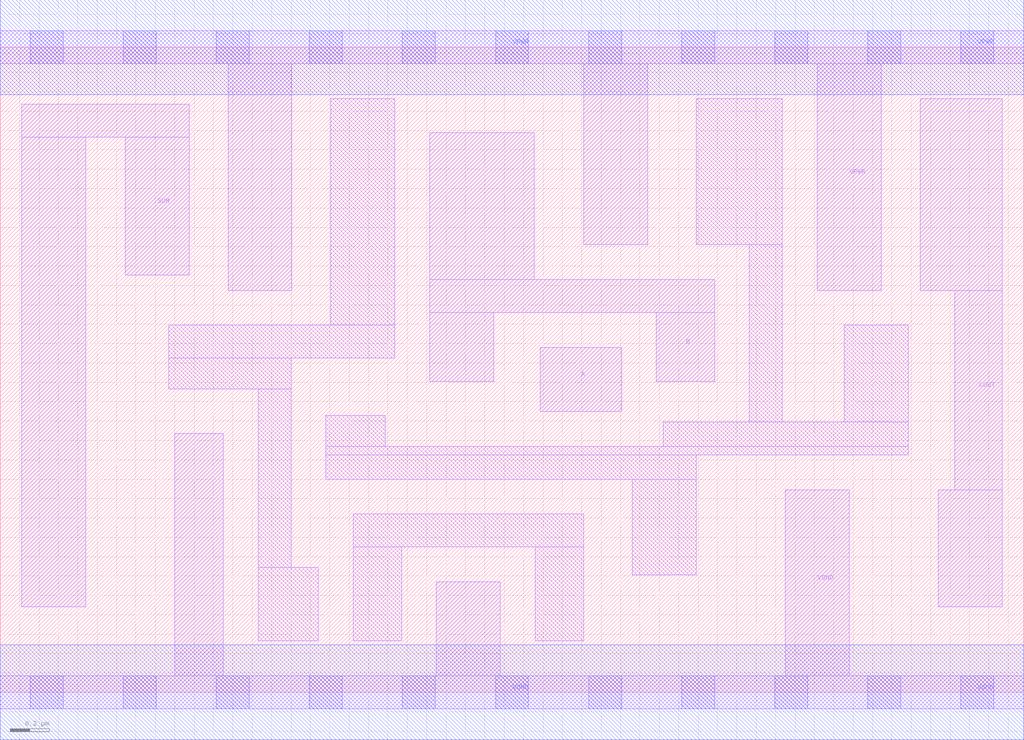
<source format=lef>
# Copyright 2020 The SkyWater PDK Authors
#
# Licensed under the Apache License, Version 2.0 (the "License");
# you may not use this file except in compliance with the License.
# You may obtain a copy of the License at
#
#     https://www.apache.org/licenses/LICENSE-2.0
#
# Unless required by applicable law or agreed to in writing, software
# distributed under the License is distributed on an "AS IS" BASIS,
# WITHOUT WARRANTIES OR CONDITIONS OF ANY KIND, either express or implied.
# See the License for the specific language governing permissions and
# limitations under the License.
#
# SPDX-License-Identifier: Apache-2.0

VERSION 5.7 ;
  NAMESCASESENSITIVE ON ;
  NOWIREEXTENSIONATPIN ON ;
  DIVIDERCHAR "/" ;
  BUSBITCHARS "[]" ;
UNITS
  DATABASE MICRONS 200 ;
END UNITS
MACRO sky130_fd_sc_lp__ha_lp
  CLASS CORE ;
  SOURCE USER ;
  FOREIGN sky130_fd_sc_lp__ha_lp ;
  ORIGIN  0.000000  0.000000 ;
  SIZE  5.280000 BY  3.330000 ;
  SYMMETRY X Y R90 ;
  SITE unit ;
  PIN A
    ANTENNAGATEAREA  0.626000 ;
    DIRECTION INPUT ;
    USE SIGNAL ;
    PORT
      LAYER li1 ;
        RECT 2.785000 1.450000 3.205000 1.780000 ;
    END
  END A
  PIN B
    ANTENNAGATEAREA  0.626000 ;
    DIRECTION INPUT ;
    USE SIGNAL ;
    PORT
      LAYER li1 ;
        RECT 2.215000 1.605000 2.545000 1.960000 ;
        RECT 2.215000 1.960000 3.685000 2.130000 ;
        RECT 2.215000 2.130000 2.755000 2.890000 ;
        RECT 3.385000 1.605000 3.685000 1.960000 ;
    END
  END B
  PIN COUT
    ANTENNADIFFAREA  0.402600 ;
    DIRECTION OUTPUT ;
    USE SIGNAL ;
    PORT
      LAYER li1 ;
        RECT 4.745000 2.075000 5.170000 3.065000 ;
        RECT 4.840000 0.440000 5.170000 1.045000 ;
        RECT 4.925000 1.045000 5.170000 2.075000 ;
    END
  END COUT
  PIN SUM
    ANTENNADIFFAREA  0.402600 ;
    DIRECTION OUTPUT ;
    USE SIGNAL ;
    PORT
      LAYER li1 ;
        RECT 0.110000 0.440000 0.440000 2.865000 ;
        RECT 0.110000 2.865000 0.975000 3.035000 ;
        RECT 0.645000 2.155000 0.975000 2.865000 ;
    END
  END SUM
  PIN VGND
    DIRECTION INOUT ;
    USE GROUND ;
    PORT
      LAYER li1 ;
        RECT 0.000000 -0.085000 5.280000 0.085000 ;
        RECT 0.900000  0.085000 1.150000 1.335000 ;
        RECT 2.250000  0.085000 2.580000 0.570000 ;
        RECT 4.050000  0.085000 4.380000 1.045000 ;
      LAYER mcon ;
        RECT 0.155000 -0.085000 0.325000 0.085000 ;
        RECT 0.635000 -0.085000 0.805000 0.085000 ;
        RECT 1.115000 -0.085000 1.285000 0.085000 ;
        RECT 1.595000 -0.085000 1.765000 0.085000 ;
        RECT 2.075000 -0.085000 2.245000 0.085000 ;
        RECT 2.555000 -0.085000 2.725000 0.085000 ;
        RECT 3.035000 -0.085000 3.205000 0.085000 ;
        RECT 3.515000 -0.085000 3.685000 0.085000 ;
        RECT 3.995000 -0.085000 4.165000 0.085000 ;
        RECT 4.475000 -0.085000 4.645000 0.085000 ;
        RECT 4.955000 -0.085000 5.125000 0.085000 ;
      LAYER met1 ;
        RECT 0.000000 -0.245000 5.280000 0.245000 ;
    END
  END VGND
  PIN VPWR
    DIRECTION INOUT ;
    USE POWER ;
    PORT
      LAYER li1 ;
        RECT 0.000000 3.245000 5.280000 3.415000 ;
        RECT 1.175000 2.075000 1.505000 3.245000 ;
        RECT 3.010000 2.310000 3.340000 3.245000 ;
        RECT 4.215000 2.075000 4.545000 3.245000 ;
      LAYER mcon ;
        RECT 0.155000 3.245000 0.325000 3.415000 ;
        RECT 0.635000 3.245000 0.805000 3.415000 ;
        RECT 1.115000 3.245000 1.285000 3.415000 ;
        RECT 1.595000 3.245000 1.765000 3.415000 ;
        RECT 2.075000 3.245000 2.245000 3.415000 ;
        RECT 2.555000 3.245000 2.725000 3.415000 ;
        RECT 3.035000 3.245000 3.205000 3.415000 ;
        RECT 3.515000 3.245000 3.685000 3.415000 ;
        RECT 3.995000 3.245000 4.165000 3.415000 ;
        RECT 4.475000 3.245000 4.645000 3.415000 ;
        RECT 4.955000 3.245000 5.125000 3.415000 ;
      LAYER met1 ;
        RECT 0.000000 3.085000 5.280000 3.575000 ;
    END
  END VPWR
  OBS
    LAYER li1 ;
      RECT 0.870000 1.565000 1.500000 1.725000 ;
      RECT 0.870000 1.725000 2.035000 1.895000 ;
      RECT 1.330000 0.265000 1.640000 0.645000 ;
      RECT 1.330000 0.645000 1.500000 1.565000 ;
      RECT 1.680000 1.100000 3.590000 1.225000 ;
      RECT 1.680000 1.225000 4.685000 1.270000 ;
      RECT 1.680000 1.270000 1.985000 1.430000 ;
      RECT 1.705000 1.895000 2.035000 3.065000 ;
      RECT 1.820000 0.265000 2.070000 0.750000 ;
      RECT 1.820000 0.750000 3.010000 0.920000 ;
      RECT 2.760000 0.265000 3.010000 0.750000 ;
      RECT 3.260000 0.605000 3.590000 1.100000 ;
      RECT 3.420000 1.270000 4.685000 1.395000 ;
      RECT 3.590000 2.310000 4.035000 3.065000 ;
      RECT 3.865000 1.395000 4.035000 2.310000 ;
      RECT 4.355000 1.395000 4.685000 1.895000 ;
  END
END sky130_fd_sc_lp__ha_lp

</source>
